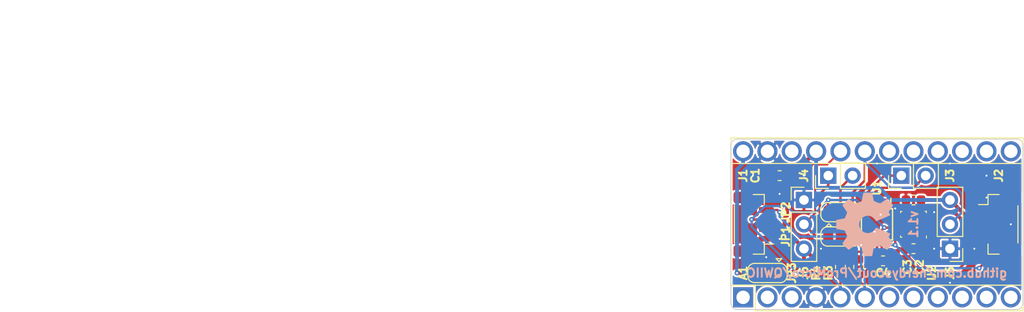
<source format=kicad_pcb>
(kicad_pcb (version 20240108) (generator "pcbnew") (generator_version "8.0")
  (title_block (title "ProMicro_QWIIC") (date "2020-11-21") (rev "v1.1"))
  (layers (0 "F.Cu" mixed) (31 "B.Cu" mixed) (34 "B.Paste" user) (35 "F.Paste" user) (36 "B.SilkS" user "B.Silkscreen") (37 "F.SilkS" user "F.Silkscreen") (38 "B.Mask" user) (39 "F.Mask" user) (44 "Edge.Cuts" user))
  (net 0 "")
  (net 1 "GND")
  (net 2 "+3V3")
  (net 3 "SCL")
  (net 4 "SDA")
  (net 5 "Net-(J3-Pad1)")
  (net 6 "Net-(J4-Pad2)")
  (net 7 "Net-(J4-Pad1)")
  (net 8 "A3")
  (net 9 "A2")
  (net 10 "/LIPO_VBAT")
  (net 11 "+5V")
  (net 12 "Net-(C4-Pad1)")
  (footprint "Capacitor_SMD:C_0603_1608Metric" (layer "F.Cu") (at 141.605 97.79)
    (property "Reference" "C4" (at 0 1.27 0) (layer "F.SilkS") (effects (font (size 0.8 0.8) (thickness 0.2))))
    (property "Value" "100n" (hide yes))
    (fp_line (start -0.162779 -0.51) (end 0.162779 -0.51) (stroke (width 0.12)) (layer "F.SilkS"))
    (fp_line (start -0.162779 0.51) (end 0.162779 0.51) (stroke (width 0.12)) (layer "F.SilkS"))
    (pad "1" smd roundrect (at -0.7875 0) (size 0.875 0.95) (layers "F.Cu" "F.Paste" "F.Mask") (net 12 "Net-(C4-Pad1)"))
    (pad "2" smd roundrect (at 0.7875 0) (size 0.875 0.95) (layers "F.Cu" "F.Paste" "F.Mask") (net 1 "GND"))
  )
  (footprint "Capacitor_SMD:C_0603_1608Metric" (layer "F.Cu") (at 130.81 88.9 180)
    (property "Reference" "C1" (at 2.54 0 90) (layer "F.SilkS") (effects (font (size 0.8 0.8) (thickness 0.2))))
    (property "Value" "10µ" (hide yes))
    (fp_line (start -0.162779 0.51) (end 0.162779 0.51) (stroke (width 0.12)) (layer "F.SilkS"))
    (fp_line (start -0.162779 -0.51) (end 0.162779 -0.51) (stroke (width 0.12)) (layer "F.SilkS"))
    (pad "1" smd roundrect (at -0.7875 0 180) (size 0.875 0.95) (layers "F.Cu" "F.Paste" "F.Mask") (net 2 "+3V3"))
    (pad "2" smd roundrect (at 0.7875 0 180) (size 0.875 0.95) (layers "F.Cu" "F.Paste" "F.Mask") (net 1 "GND"))
  )
  (footprint "Resistor_SMD:R_0603_1608Metric" (layer "F.Cu") (at 137.16 98.425 90)
    (property "Reference" "R4" (at -0.635 -2.54 -90) (layer "F.SilkS") (effects (font (size 0.8 0.8) (thickness 0.2))))
    (property "Value" "4k7" (hide yes))
    (fp_line (start -0.162779 -0.51) (end 0.162779 -0.51) (stroke (width 0.12)) (layer "F.SilkS"))
    (fp_line (start -0.162779 0.51) (end 0.162779 0.51) (stroke (width 0.12)) (layer "F.SilkS"))
    (pad "1" smd roundrect (at -0.7875 0 90) (size 0.875 0.95) (layers "F.Cu" "F.Paste" "F.Mask") (net 4 "SDA"))
    (pad "2" smd roundrect (at 0.7875 0 90) (size 0.875 0.95) (layers "F.Cu" "F.Paste" "F.Mask") (net 2 "+3V3"))
  )
  (footprint "Resistor_SMD:R_0603_1608Metric" (layer "F.Cu") (at 139.065 98.425 90)
    (property "Reference" "R3" (at -0.635 -3.175 -90) (layer "F.SilkS") (effects (font (size 0.8 0.8) (thickness 0.2))))
    (property "Value" "4k7" (hide yes))
    (fp_line (start -0.162779 -0.51) (end 0.162779 -0.51) (stroke (width 0.12)) (layer "F.SilkS"))
    (fp_line (start -0.162779 0.51) (end 0.162779 0.51) (stroke (width 0.12)) (layer "F.SilkS"))
    (pad "1" smd roundrect (at -0.7875 0 90) (size 0.875 0.95) (layers "F.Cu" "F.Paste" "F.Mask") (net 3 "SCL"))
    (pad "2" smd roundrect (at 0.7875 0 90) (size 0.875 0.95) (layers "F.Cu" "F.Paste" "F.Mask") (net 2 "+3V3"))
  )
  (footprint "Module:Sparkfun_Pro_Micro" (layer "F.Cu") (at 127 101.6 90)
    (property "Reference" "A1" (at 2.54 0 90) (layer "F.SilkS") (effects (font (size 0.8 0.8) (thickness 0.2))))
    (property "Value" "Sparkfun_Pro_Micro_3V3" (hide yes))
    (fp_line (start 16.64 -1.27) (end 1.27 -1.27) (stroke (width 0.12)) (layer "F.SilkS"))
    (fp_line (start 13.97 -1.27) (end 13.97 29.21) (stroke (width 0.12)) (layer "F.SilkS"))
    (fp_line (start 1.27 -1.27) (end 1.27 29.21) (stroke (width 0.12)) (layer "F.SilkS"))
    (fp_line (start 1.27 1.27) (end -1.4 1.27) (stroke (width 0.12)) (layer "F.SilkS"))
    (fp_line (start -1.4 1.27) (end -1.4 29.21) (stroke (width 0.12)) (layer "F.SilkS"))
    (fp_line (start 16.64 29.21) (end 16.64 -1.27) (stroke (width 0.12)) (layer "F.SilkS"))
    (fp_line (start -1.4 29.21) (end 16.64 29.21) (stroke (width 0.12)) (layer "F.SilkS"))
    (pad "1" thru_hole rect (at 0 0 90) (size 2.1 2.1) (drill 1.4) (layers "*.Cu" "*.Mask"))
    (pad "2" thru_hole circle (at 0 2.54 90) (size 2.1 2.1) (drill 1.4) (layers "*.Cu" "*.Mask"))
    (pad "3" thru_hole circle (at 0 5.08 90) (size 2.1 2.1) (drill 1.4) (layers "*.Cu" "*.Mask"))
    (pad "4" thru_hole circle (at 0 7.62 90) (size 2.1 2.1) (drill 1.4) (layers "*.Cu" "*.Mask") (net 1 "GND"))
    (pad "5" thru_hole circle (at 0 10.16 90) (size 2.1 2.1) (drill 1.4) (layers "*.Cu" "*.Mask") (net 4 "SDA"))
    (pad "6" thru_hole circle (at 0 12.7 90) (size 2.1 2.1) (drill 1.4) (layers "*.Cu" "*.Mask") (net 3 "SCL"))
    (pad "7" thru_hole circle (at 0 15.24 90) (size 2.1 2.1) (drill 1.4) (layers "*.Cu" "*.Mask"))
    (pad "8" thru_hole circle (at 0 17.78 90) (size 2.1 2.1) (drill 1.4) (layers "*.Cu" "*.Mask"))
    (pad "9" thru_hole circle (at 0 20.32 90) (size 2.1 2.1) (drill 1.4) (layers "*.Cu" "*.Mask"))
    (pad "10" thru_hole circle (at 0 22.86 90) (size 2.1 2.1) (drill 1.4) (layers "*.Cu" "*.Mask"))
    (pad "11" thru_hole circle (at 0 25.4 90) (size 2.1 2.1) (drill 1.4) (layers "*.Cu" "*.Mask"))
    (pad "12" thru_hole circle (at 0 27.94 90) (size 2.1 2.1) (drill 1.4) (layers "*.Cu" "*.Mask"))
    (pad "13" thru_hole circle (at 15.24 27.94 90) (size 2.1 2.1) (drill 1.4) (layers "*.Cu" "*.Mask"))
    (pad "14" thru_hole circle (at 15.24 25.4 90) (size 2.1 2.1) (drill 1.4) (layers "*.Cu" "*.Mask"))
    (pad "15" thru_hole circle (at 15.24 22.86 90) (size 2.1 2.1) (drill 1.4) (layers "*.Cu" "*.Mask"))
    (pad "16" thru_hole circle (at 15.24 20.32 90) (size 2.1 2.1) (drill 1.4) (layers "*.Cu" "*.Mask"))
    (pad "17" thru_hole circle (at 15.24 17.78 90) (size 2.1 2.1) (drill 1.4) (layers "*.Cu" "*.Mask"))
    (pad "18" thru_hole circle (at 15.24 15.24 90) (size 2.1 2.1) (drill 1.4) (layers "*.Cu" "*.Mask"))
    (pad "19" thru_hole circle (at 15.24 12.7 90) (size 2.1 2.1) (drill 1.4) (layers "*.Cu" "*.Mask") (net 9 "A2"))
    (pad "20" thru_hole circle (at 15.24 10.16 90) (size 2.1 2.1) (drill 1.4) (layers "*.Cu" "*.Mask") (net 8 "A3"))
    (pad "21" thru_hole circle (at 15.24 7.62 90) (size 2.1 2.1) (drill 1.4) (layers "*.Cu" "*.Mask") (net 2 "+3V3"))
    (pad "22" thru_hole circle (at 15.24 5.08 90) (size 2.1 2.1) (drill 1.4) (layers "*.Cu" "*.Mask"))
    (pad "23" thru_hole circle (at 15.24 2.54 90) (size 2.1 2.1) (drill 1.4) (layers "*.Cu" "*.Mask") (net 1 "GND"))
    (pad "24" thru_hole circle (at 15.24 0 90) (size 2.1 2.1) (drill 1.4) (layers "*.Cu" "*.Mask") (net 11 "+5V"))
  )
  (footprint "Connector_JST:JST_SH_BM04B-SRSS-TB_1x04-1MP_P1.00mm_Vertical" (layer "F.Cu") (at 128.1 93.98 90)
    (property "Reference" "J1" (at 5.08 -1.1 -90) (layer "F.SilkS") (effects (font (size 0.8 0.8) (thickness 0.2))))
    (property "Value" "Qwiic" (hide yes))
    (fp_line (start -1.94 -2.01) (end 1.94 -2.01) (stroke (width 0.12)) (layer "F.SilkS"))
    (fp_line (start 3.11 -0.04) (end 3.11 1.11) (stroke (width 0.12)) (layer "F.SilkS"))
    (fp_line (start -3.11 -0.04) (end -3.11 1.11) (stroke (width 0.12)) (layer "F.SilkS"))
    (fp_line (start 3.11 1.11) (end 2.06 1.11) (stroke (width 0.12)) (layer "F.SilkS"))
    (fp_line (start -2.06 1.11) (end -2.06 2.1) (stroke (width 0.12)) (layer "F.SilkS"))
    (fp_line (start -3.11 1.11) (end -2.06 1.11) (stroke (width 0.12)) (layer "F.SilkS"))
    (pad "1" smd roundrect (at -1.5 1.325 90) (size 0.6 1.55) (layers "F.Cu" "F.Paste" "F.Mask") (net 1 "GND"))
    (pad "2" smd roundrect (at -0.5 1.325 90) (size 0.6 1.55) (layers "F.Cu" "F.Paste" "F.Mask") (net 2 "+3V3"))
    (pad "3" smd roundrect (at 0.5 1.325 90) (size 0.6 1.55) (layers "F.Cu" "F.Paste" "F.Mask") (net 4 "SDA"))
    (pad "4" smd roundrect (at 1.5 1.325 90) (size 0.6 1.55) (layers "F.Cu" "F.Paste" "F.Mask") (net 3 "SCL"))
    (pad "MP" smd roundrect (at -2.8 -1.2 90) (size 1.2 1.8) (layers "F.Cu" "F.Paste" "F.Mask") (roundrect_rratio 0.208333))
    (pad "MP" smd roundrect (at 2.8 -1.2 90) (size 1.2 1.8) (layers "F.Cu" "F.Paste" "F.Mask") (roundrect_rratio 0.208333))
  )
  (footprint "Connector_PinHeader_2.54mm:PinHeader_1x02_P2.54mm_Vertical" (layer "F.Cu") (at 143.51 88.9 90)
    (property "Reference" "J3" (at 0 5.08 -90) (layer "F.SilkS") (effects (font (size 0.8 0.8) (thickness 0.2))))
    (property "Value" "Conn_01x02" (hide yes))
    (fp_line (start -1.33 -1.33) (end 0 -1.33) (stroke (width 0.12)) (layer "F.SilkS"))
    (fp_line (start -1.33 0) (end -1.33 -1.33) (stroke (width 0.12)) (layer "F.SilkS"))
    (fp_line (start 1.33 1.27) (end 1.33 3.87) (stroke (width 0.12)) (layer "F.SilkS"))
    (fp_line (start -1.33 1.27) (end 1.33 1.27) (stroke (width 0.12)) (layer "F.SilkS"))
    (fp_line (start -1.33 1.27) (end -1.33 3.87) (stroke (width 0.12)) (layer "F.SilkS"))
    (fp_line (start -1.33 3.87) (end 1.33 3.87) (stroke (width 0.12)) (layer "F.SilkS"))
    (pad "1" thru_hole rect (at 0 0 90) (size 1.7 1.7) (drill 1) (layers "*.Cu" "*.Mask") (net 5 "Net-(J3-Pad1)"))
    (pad "2" thru_hole circle (at 0 2.54 90) (size 1.7 1.7) (drill 1) (layers "*.Cu" "*.Mask") (net 10 "/LIPO_VBAT"))
  )
  (footprint "Connector_PinHeader_2.54mm:PinHeader_1x02_P2.54mm_Vertical" (layer "F.Cu") (at 135.89 88.9 90)
    (property "Reference" "J4" (at 0 -2.54 -90) (layer "F.SilkS") (effects (font (size 0.8 0.8) (thickness 0.2))))
    (property "Value" "Conn_01x02" (hide yes))
    (fp_line (start -1.33 -1.33) (end 0 -1.33) (stroke (width 0.12)) (layer "F.SilkS"))
    (fp_line (start -1.33 0) (end -1.33 -1.33) (stroke (width 0.12)) (layer "F.SilkS"))
    (fp_line (start 1.33 1.27) (end 1.33 3.87) (stroke (width 0.12)) (layer "F.SilkS"))
    (fp_line (start -1.33 1.27) (end 1.33 1.27) (stroke (width 0.12)) (layer "F.SilkS"))
    (fp_line (start -1.33 1.27) (end -1.33 3.87) (stroke (width 0.12)) (layer "F.SilkS"))
    (fp_line (start -1.33 3.87) (end 1.33 3.87) (stroke (width 0.12)) (layer "F.SilkS"))
    (pad "1" thru_hole rect (at 0 0 90) (size 1.7 1.7) (drill 1) (layers "*.Cu" "*.Mask") (net 7 "Net-(J4-Pad1)"))
    (pad "2" thru_hole circle (at 0 2.54 90) (size 1.7 1.7) (drill 1) (layers "*.Cu" "*.Mask") (net 6 "Net-(J4-Pad2)"))
  )
  (footprint "Package_SO:TSSOP-10_3x3mm_P0.5mm" (layer "F.Cu") (at 140.97 93.98 -90)
    (property "Reference" "U1" (at -3.81 0 -90) (layer "F.SilkS") (effects (font (size 0.8 0.8) (thickness 0.2))))
    (property "Value" "ADS1015IDGS" (hide yes))
    (fp_line (start -1.625 1.625) (end 1.625 1.625) (stroke (width 0.15)) (layer "F.SilkS"))
    (fp_line (start -1.625 1.625) (end -1.625 1.35) (stroke (width 0.15)) (layer "F.SilkS"))
    (fp_line (start 1.625 1.625) (end 1.625 1.35) (stroke (width 0.15)) (layer "F.SilkS"))
    (fp_line (start -1.625 -1.45) (end -2.7 -1.45) (stroke (width 0.15)) (layer "F.SilkS"))
    (fp_line (start -1.625 -1.625) (end -1.625 -1.45) (stroke (width 0.15)) (layer "F.SilkS"))
    (fp_line (start -1.625 -1.625) (end 1.625 -1.625) (stroke (width 0.15)) (layer "F.SilkS"))
    (fp_line (start 1.625 -1.625) (end 1.625 -1.35) (stroke (width 0.15)) (layer "F.SilkS"))
    (pad "1" smd rect (at -2.15 -1 270) (size 1.1 0.25) (layers "F.Cu" "F.Paste" "F.Mask"))
    (pad "2" smd rect (at -2.15 -0.5 270) (size 1.1 0.25) (layers "F.Cu" "F.Paste" "F.Mask"))
    (pad "3" smd rect (at -2.15 0 270) (size 1.1 0.25) (layers "F.Cu" "F.Paste" "F.Mask") (net 1 "GND"))
    (pad "4" smd rect (at -2.15 0.5 270) (size 1.1 0.25) (layers "F.Cu" "F.Paste" "F.Mask") (net 10 "/LIPO_VBAT"))
    (pad "5" smd rect (at -2.15 1 270) (size 1.1 0.25) (layers "F.Cu" "F.Paste" "F.Mask") (net 5 "Net-(J3-Pad1)"))
    (pad "6" smd rect (at 2.15 1 270) (size 1.1 0.25) (layers "F.Cu" "F.Paste" "F.Mask") (net 9 "A2"))
    (pad "7" smd rect (at 2.15 0.5 270) (size 1.1 0.25) (layers "F.Cu" "F.Paste" "F.Mask") (net 8 "A3"))
    (pad "8" smd rect (at 2.15 0 270) (size 1.1 0.25) (layers "F.Cu" "F.Paste" "F.Mask") (net 12 "Net-(C4-Pad1)"))
    (pad "9" smd rect (at 2.15 -0.5 270) (size 1.1 0.25) (layers "F.Cu" "F.Paste" "F.Mask") (net 4 "SDA"))
    (pad "10" smd rect (at 2.15 -1 270) (size 1.1 0.25) (layers "F.Cu" "F.Paste" "F.Mask") (net 3 "SCL"))
  )
  (footprint "Jumper:SolderJumper-3_P1.3mm_Bridged12_RoundedPad1.0x1.5mm" (layer "F.Cu") (at 137.16 95.25 180)
    (property "Reference" "JP1" (at 5.715 0 -90) (layer "F.SilkS") (effects (font (size 0.8 0.8) (thickness 0.2))))
    (property "Value" "SolderJumper_3_Bridged12" (hide yes))
    (fp_poly (pts (xy -0.9 -0.3) (xy -0.4 -0.3) (xy -0.4 0.3) (xy -0.9 0.3)) (fill solid) (layer "F.Cu"))
    (fp_line (start 2.05 -0.3) (end 2.05 0.3) (stroke (width 0.12)) (layer "F.SilkS"))
    (fp_line (start 1.4 1) (end -1.4 1) (stroke (width 0.12)) (layer "F.SilkS"))
    (fp_line (start -1.2 1.2) (end -0.9 1.5) (stroke (width 0.12)) (layer "F.SilkS"))
    (fp_line (start -1.2 1.2) (end -1.5 1.5) (stroke (width 0.12)) (layer "F.SilkS"))
    (fp_line (start -1.4 -1) (end 1.4 -1) (stroke (width 0.12)) (layer "F.SilkS"))
    (fp_line (start -1.5 1.5) (end -0.9 1.5) (stroke (width 0.12)) (layer "F.SilkS"))
    (fp_line (start -2.05 0.3) (end -2.05 -0.3) (stroke (width 0.12)) (layer "F.SilkS"))
    (fp_arc (start 2.05 0.3) (mid 1.844975 0.794975) (end 1.35 1) (stroke (width 0.12)) (layer "F.SilkS"))
    (fp_arc (start 1.35 -1) (mid 1.844975 -0.794975) (end 2.05 -0.3) (stroke (width 0.12)) (layer "F.SilkS"))
    (fp_arc (start -1.35 1) (mid -1.844975 0.794975) (end -2.05 0.3) (stroke (width 0.12)) (layer "F.SilkS"))
    (fp_arc (start -2.05 -0.3) (mid -1.844975 -0.794975) (end -1.35 -1) (stroke (width 0.12)) (layer "F.SilkS"))
    (pad "1" smd custom (at -1.3 0 180) (size 1 0.5) (layers "F.Cu" "F.Mask") (net 3 "SCL") (options (clearance outline) (anchor rect)) (primitives (gr_circle (center 0 0.25) (end 0.5 0.25) (width 0) (fill yes)) (gr_circle (center 0 -0.25) (end 0.5 -0.25) (width 0) (fill yes)) (gr_poly (pts (xy 0.55 -0.75) (xy 0 -0.75) (xy 0 0.75) (xy 0.55 0.75)) (width 0) (fill yes))))
    (pad "2" smd rect (at 0 0 180) (size 1 1.5) (layers "F.Cu" "F.Mask") (net 7 "Net-(J4-Pad1)"))
    (pad "3" smd custom (at 1.3 0 180) (size 1 0.5) (layers "F.Cu" "F.Mask") (net 8 "A3") (options (clearance outline) (anchor rect)) (primitives (gr_circle (center 0 0.25) (end 0.5 0.25) (width 0) (fill yes)) (gr_circle (center 0 -0.25) (end 0.5 -0.25) (width 0) (fill yes)) (gr_poly (pts (xy -0.55 -0.75) (xy 0 -0.75) (xy 0 0.75) (xy -0.55 0.75)) (width 0) (fill yes))))
  )
  (footprint "Jumper:SolderJumper-3_P1.3mm_Bridged12_RoundedPad1.0x1.5mm" (layer "F.Cu") (at 137.16 92.71)
    (property "Reference" "JP2" (at -5.715 0 -90) (layer "F.SilkS") (effects (font (size 0.8 0.8) (thickness 0.2))))
    (property "Value" "SolderJumper_3_Bridged12" (hide yes))
    (fp_poly (pts (xy -0.9 -0.3) (xy -0.4 -0.3) (xy -0.4 0.3) (xy -0.9 0.3)) (fill solid) (layer "F.Cu"))
    (fp_line (start -2.05 0.3) (end -2.05 -0.3) (stroke (width 0.12)) (layer "F.SilkS"))
    (fp_line (start -1.5 1.5) (end -0.9 1.5) (stroke (width 0.12)) (layer "F.SilkS"))
    (fp_line (start -1.4 -1) (end 1.4 -1) (stroke (width 0.12)) (layer "F.SilkS"))
    (fp_line (start -1.2 1.2) (end -1.5 1.5) (stroke (width 0.12)) (layer "F.SilkS"))
    (fp_line (start -1.2 1.2) (end -0.9 1.5) (stroke (width 0.12)) (layer "F.SilkS"))
    (fp_line (start 1.4 1) (end -1.4 1) (stroke (width 0.12)) (layer "F.SilkS"))
    (fp_line (start 2.05 -0.3) (end 2.05 0.3) (stroke (width 0.12)) (layer "F.SilkS"))
    (fp_arc (start -2.05 -0.3) (mid -1.844975 -0.794975) (end -1.35 -1) (stroke (width 0.12)) (layer "F.SilkS"))
    (fp_arc (start -1.35 1) (mid -1.844975 0.794975) (end -2.05 0.3) (stroke (width 0.12)) (layer "F.SilkS"))
    (fp_arc (start 1.35 -1) (mid 1.844975 -0.794975) (end 2.05 -0.3) (stroke (width 0.12)) (layer "F.SilkS"))
    (fp_arc (start 2.05 0.3) (mid 1.844975 0.794975) (end 1.35 1) (stroke (width 0.12)) (layer "F.SilkS"))
    (pad "1" smd custom (at -1.3 0) (size 1 0.5) (layers "F.Cu" "F.Mask") (net 4 "SDA") (options (clearance outline) (anchor rect)) (primitives (gr_circle (center 0 0.25) (end 0.5 0.25) (width 0) (fill yes)) (gr_circle (center 0 -0.25) (end 0.5 -0.25) (width 0) (fill yes)) (gr_poly (pts (xy 0.55 -0.75) (xy 0 -0.75) (xy 0 0.75) (xy 0.55 0.75)) (width 0) (fill yes))))
    (pad "2" smd rect (at 0 0) (size 1 1.5) (layers "F.Cu" "F.Mask") (net 6 "Net-(J4-Pad2)"))
    (pad "3" smd custom (at 1.3 0) (size 1 0.5) (layers "F.Cu" "F.Mask") (net 9 "A2") (options (clearance outline) (anchor rect)) (primitives (gr_circle (center 0 0.25) (end 0.5 0.25) (width 0) (fill yes)) (gr_circle (center 0 -0.25) (end 0.5 -0.25) (width 0) (fill yes)) (gr_poly (pts (xy -0.55 -0.75) (xy 0 -0.75) (xy 0 0.75) (xy -0.55 0.75)) (width 0) (fill yes))))
  )
  (footprint "Package_LGA:Bosch_LGA-8_2.5x2.5mm_P0.65mm_ClockwisePinNumbering" (layer "F.Cu") (at 144.78 93.98 180)
    (property "Reference" "U2" (at -1.905 -5.08 90) (layer "F.SilkS") (effects (font (size 0.8 0.8) (thickness 0.2))))
    (property "Value" "BME280" (hide yes))
    (fp_line (start 1.35 1.35) (end 1.35 1.2) (stroke (width 0.1)) (layer "F.SilkS"))
    (fp_line (start 1.35 1.35) (end 1.2 1.35) (stroke (width 0.1)) (layer "F.SilkS"))
    (fp_line (start 1.35 -1.35) (end 1.35 -1.2) (stroke (width 0.1)) (layer "F.SilkS"))
    (fp_line (start 1.2 -1.35) (end 1.35 -1.35) (stroke (width 0.1)) (layer "F.SilkS"))
    (fp_line (start -1.35 1.36) (end -1.2 1.36) (stroke (width 0.1)) (layer "F.SilkS"))
    (fp_line (start -1.35 1.35) (end -1.35 1.2) (stroke (width 0.1)) (layer "F.SilkS"))
    (fp_line (start -1.35 -1.2) (end -1.35 -1.45) (stroke (width 0.1)) (layer "F.SilkS"))
    (pad "1" smd rect (at -0.975 -1.025 270) (size 0.5 0.35) (layers "F.Cu" "F.Paste" "F.Mask") (net 1 "GND"))
    (pad "2" smd rect (at -0.325 -1.025 270) (size 0.5 0.35) (layers "F.Cu" "F.Paste" "F.Mask") (net 2 "+3V3"))
    (pad "3" smd rect (at 0.325 -1.025 270) (size 0.5 0.35) (layers "F.Cu" "F.Paste" "F.Mask") (net 4 "SDA"))
    (pad "4" smd rect (at 0.975 -1.025 270) (size 0.5 0.35) (layers "F.Cu" "F.Paste" "F.Mask") (net 3 "SCL"))
    (pad "5" smd rect (at 0.975 1.025 270) (size 0.5 0.35) (layers "F.Cu" "F.Paste" "F.Mask") (net 2 "+3V3"))
    (pad "6" smd rect (at 0.325 1.025 270) (size 0.5 0.35) (layers "F.Cu" "F.Paste" "F.Mask") (net 2 "+3V3"))
    (pad "7" smd rect (at -0.325 1.025 270) (size 0.5 0.35) (layers "F.Cu" "F.Paste" "F.Mask") (net 1 "GND"))
    (pad "8" smd rect (at -0.975 1.025 270) (size 0.5 0.35) (layers "F.Cu" "F.Paste" "F.Mask") (net 2 "+3V3"))
  )
  (footprint "Connector_PinHeader_2.54mm:PinHeader_1x03_P2.54mm_Vertical" (layer "F.Cu") (at 148.59 96.52 180)
    (property "Reference" "J5" (at 0 -2.54 -90) (layer "F.SilkS") (effects (font (size 0.8 0.8) (thickness 0.2))))
    (property "Value" "Conn_01x03" (hide yes))
    (fp_line (start 1.33 1.27) (end 1.33 6.41) (stroke (width 0.12)) (layer "F.SilkS"))
    (fp_line (start -1.33 6.41) (end 1.33 6.41) (stroke (width 0.12)) (layer "F.SilkS"))
    (fp_line (start -1.33 1.27) (end 1.33 1.27) (stroke (width 0.12)) (layer "F.SilkS"))
    (fp_line (start -1.33 1.27) (end -1.33 6.41) (stroke (width 0.12)) (layer "F.SilkS"))
    (fp_line (start -1.33 0) (end -1.33 -1.33) (stroke (width 0.12)) (layer "F.SilkS"))
    (fp_line (start -1.33 -1.33) (end 0 -1.33) (stroke (width 0.12)) (layer "F.SilkS"))
    (pad "1" thru_hole rect (at 0 0 180) (size 1.7 1.7) (drill 1) (layers "*.Cu" "*.Mask") (net 1 "GND"))
    (pad "2" thru_hole circle (at 0 2.54 180) (size 1.7 1.7) (drill 1) (layers "*.Cu" "*.Mask") (net 9 "A2"))
    (pad "3" thru_hole circle (at 0 5.08 180) (size 1.7 1.7) (drill 1) (layers "*.Cu" "*.Mask") (net 2 "+3V3"))
  )
  (footprint "Connector_PinHeader_2.54mm:PinHeader_1x03_P2.54mm_Vertical" (layer "F.Cu") (at 133.35 91.44)
    (property "Reference" "J6" (at 0 7.62 -90) (layer "F.SilkS") (effects (font (size 0.8 0.8) (thickness 0.2))))
    (property "Value" "Conn_01x03" (hide yes))
    (fp_line (start -1.33 -1.33) (end 0 -1.33) (stroke (width 0.12)) (layer "F.SilkS"))
    (fp_line (start -1.33 0) (end -1.33 -1.33) (stroke (width 0.12)) (layer "F.SilkS"))
    (fp_line (start -1.33 1.27) (end -1.33 6.41) (stroke (width 0.12)) (layer "F.SilkS"))
    (fp_line (start -1.33 1.27) (end 1.33 1.27) (stroke (width 0.12)) (layer "F.SilkS"))
    (fp_line (start -1.33 6.41) (end 1.33 6.41) (stroke (width 0.12)) (layer "F.SilkS"))
    (fp_line (start 1.33 1.27) (end 1.33 6.41) (stroke (width 0.12)) (layer "F.SilkS"))
    (pad "1" thru_hole rect (at 0 0) (size 1.7 1.7) (drill 1) (layers "*.Cu" "*.Mask") (net 1 "GND"))
    (pad "2" thru_hole circle (at 0 2.54) (size 1.7 1.7) (drill 1) (layers "*.Cu" "*.Mask") (net 8 "A3"))
    (pad "3" thru_hole circle (at 0 5.08) (size 1.7 1.7) (drill 1) (layers "*.Cu" "*.Mask") (net 2 "+3V3"))
  )
  (footprint "Connector_JST:JST_SH_BM04B-SRSS-TB_1x04-1MP_P1.00mm_Vertical" (layer "F.Cu") (at 153.67 93.98 -90)
    (property "Reference" "J2" (at -5.08 0 -90) (layer "F.SilkS") (effects (font (size 0.8 0.8) (thickness 0.2))))
    (property "Value" "Qwiic" (hide yes))
    (fp_line (start -3.11 1.11) (end -2.06 1.11) (stroke (width 0.12)) (layer "F.SilkS"))
    (fp_line (start -2.06 1.11) (end -2.06 2.1) (stroke (width 0.12)) (layer "F.SilkS"))
    (fp_line (start 3.11 1.11) (end 2.06 1.11) (stroke (width 0.12)) (layer "F.SilkS"))
    (fp_line (start -3.11 -0.04) (end -3.11 1.11) (stroke (width 0.12)) (layer "F.SilkS"))
    (fp_line (start 3.11 -0.04) (end 3.11 1.11) (stroke (width 0.12)) (layer "F.SilkS"))
    (fp_line (start -1.94 -2.01) (end 1.94 -2.01) (stroke (width 0.12)) (layer "F.SilkS"))
    (pad "1" smd roundrect (at -1.5 1.325 270) (size 0.6 1.55) (layers "F.Cu" "F.Paste" "F.Mask") (net 1 "GND"))
    (pad "2" smd roundrect (at -0.5 1.325 270) (size 0.6 1.55) (layers "F.Cu" "F.Paste" "F.Mask") (net 2 "+3V3"))
    (pad "3" smd roundrect (at 0.5 1.325 270) (size 0.6 1.55) (layers "F.Cu" "F.Paste" "F.Mask") (net 4 "SDA"))
    (pad "4" smd roundrect (at 1.5 1.325 270) (size 0.6 1.55) (layers "F.Cu" "F.Paste" "F.Mask") (net 3 "SCL"))
    (pad "MP" smd roundrect (at -2.8 -1.2 270) (size 1.2 1.8) (layers "F.Cu" "F.Paste" "F.Mask") (roundrect_rratio 0.208333))
    (pad "MP" smd roundrect (at 2.8 -1.2 270) (size 1.2 1.8) (layers "F.Cu" "F.Paste" "F.Mask") (roundrect_rratio 0.208333))
  )
  (footprint "Capacitor_SMD:C_0603_1608Metric" (layer "F.Cu") (at 144.78 91.44 180)
    (property "Reference" "C2" (at -0.635 -6.985 -90) (layer "F.SilkS") (effects (font (size 0.8 0.8) (thickness 0.2))))
    (property "Value" "100n" (hide yes))
    (fp_line (start -0.162779 0.51) (end 0.162779 0.51) (stroke (width 0.12)) (layer "F.SilkS"))
    (fp_line (start -0.162779 -0.51) (end 0.162779 -0.51) (stroke (width 0.12)) (layer "F.SilkS"))
    (pad "1" smd roundrect (at -0.7875 0 180) (size 0.875 0.95) (layers "F.Cu" "F.Paste" "F.Mask") (net 2 "+3V3"))
    (pad "2" smd roundrect (at 0.7875 0 180) (size 0.875 0.95) (layers "F.Cu" "F.Paste" "F.Mask") (net 1 "GND"))
  )
  (footprint "Capacitor_SMD:C_0603_1608Metric" (layer "F.Cu") (at 144.78 96.52 180)
    (property "Reference" "C3" (at 0.635 -1.905 90) (layer "F.SilkS") (effects (font (size 0.8 0.8) (thickness 0.2))))
    (property "Value" "100n" (hide yes))
    (fp_line (start -0.162779 0.51) (end 0.162779 0.51) (stroke (width 0.12)) (layer "F.SilkS"))
    (fp_line (start -0.162779 -0.51) (end 0.162779 -0.51) (stroke (width 0.12)) (layer "F.SilkS"))
    (pad "1" smd roundrect (at -0.7875 0 180) (size 0.875 0.95) (layers "F.Cu" "F.Paste" "F.Mask") (net 2 "+3V3"))
    (pad "2" smd roundrect (at 0.7875 0 180) (size 0.875 0.95) (layers "F.Cu" "F.Paste" "F.Mask") (net 1 "GND"))
  )
  (footprint "Jumper:SolderJumper-3_P1.3mm_Bridged12_RoundedPad1.0x1.5mm" (layer "F.Cu") (at 129.54 99.06 180)
    (property "Reference" "JP3" (at -2.54 0 -90) (layer "F.SilkS") (effects (font (size 0.8 0.8) (thickness 0.2))))
    (property "Value" "SolderJumper_3_Bridged12" (hide yes))
    (fp_poly (pts (xy -0.9 -0.3) (xy -0.4 -0.3) (xy -0.4 0.3) (xy -0.9 0.3)) (fill solid) (layer "F.Cu"))
    (fp_line (start 2.05 -0.3) (end 2.05 0.3) (stroke (width 0.12)) (layer "F.SilkS"))
    (fp_line (start 1.4 1) (end -1.4 1) (stroke (width 0.12)) (layer "F.SilkS"))
    (fp_line (start -1.2 1.2) (end -0.9 1.5) (stroke (width 0.12)) (layer "F.SilkS"))
    (fp_line (start -1.2 1.2) (end -1.5 1.5) (stroke (width 0.12)) (layer "F.SilkS"))
    (fp_line (start -1.4 -1) (end 1.4 -1) (stroke (width 0.12)) (layer "F.SilkS"))
    (fp_line (start -1.5 1.5) (end -0.9 1.5) (stroke (width 0.12)) (layer "F.SilkS"))
    (fp_line (start -2.05 0.3) (end -2.05 -0.3) (stroke (width 0.12)) (layer "F.SilkS"))
    (fp_arc (start 2.05 0.3) (mid 1.844975 0.794975) (end 1.35 1) (stroke (width 0.12)) (layer "F.SilkS"))
    (fp_arc (start 1.35 -1) (mid 1.844975 -0.794975) (end 2.05 -0.3) (stroke (width 0.12)) (layer "F.SilkS"))
    (fp_arc (start -1.35 1) (mid -1.844975 0.794975) (end -2.05 0.3) (stroke (width 0.12)) (layer "F.SilkS"))
    (fp_arc (start -2.05 -0.3) (mid -1.844975 -0.794975) (end -1.35 -1) (stroke (width 0.12)) (layer "F.SilkS"))
    (pad "1" smd custom (at -1.3 0 180) (size 1 0.5) (layers "F.Cu" "F.Mask") (net 2 "+3V3") (options (clearance outline) (anchor rect)) (primitives (gr_circle (center 0 0.25) (end 0.5 0.25) (width 0) (fill yes)) (gr_circle (center 0 -0.25) (end 0.5 -0.25) (width 0) (fill yes)) (gr_poly (pts (xy 0.55 -0.75) (xy 0 -0.75) (xy 0 0.75) (xy 0.55 0.75)) (width 0) (fill yes))))
    (pad "2" smd rect (at 0 0 180) (size 1 1.5) (layers "F.Cu" "F.Mask") (net 12 "Net-(C4-Pad1)"))
    (pad "3" smd custom (at 1.3 0 180) (size 1 0.5) (layers "F.Cu" "F.Mask") (net 11 "+5V") (options (clearance outline) (anchor rect)) (primitives (gr_circle (center 0 0.25) (end 0.5 0.25) (width 0) (fill yes)) (gr_circle (center 0 -0.25) (end 0.5 -0.25) (width 0) (fill yes)) (gr_poly (pts (xy -0.55 -0.75) (xy 0 -0.75) (xy 0 0.75) (xy -0.55 0.75)) (width 0) (fill yes))))
  )
  (footprint "Symbol:OSHW-Symbol_6.7x6mm_SilkScreen" (layer "B.Cu") (at 139.7 93.98 -90)
    (property "Reference" "LOGO1" (hide yes))
    (property "Value" "Logo_Open_Hardware_Small" (hide yes))
    (fp_poly (pts (xy 0.555814 2.531069) (xy 0.639635 2.086445) (xy 0.94892 1.958947) (xy 1.258206 1.831449) (xy 1.629246 2.083754) (xy 1.733157 2.154004) (xy 1.827087 2.216728) (xy 1.906652 2.269062) (xy 1.96747 2.308143) (xy 2.005157 2.331107) (xy 2.015421 2.336058) (xy 2.03391 2.323324) (xy 2.07342 2.288118) (xy 2.129522 2.234938) (xy 2.197787 2.168282) (xy 2.273786 2.092646) (xy 2.353092 2.012528) (xy 2.431275 1.932426) (xy 2.503907 1.856836) (xy 2.566559 1.790255) (xy 2.614803 1.737182) (xy 2.64421 1.702113) (xy 2.651241 1.690377) (xy 2.641123 1.66874) (xy 2.612759 1.621338) (xy 2.569129 1.552807) (xy 2.513218 1.467785) (xy 2.448006 1.370907) (xy 2.410219 1.31565) (xy 2.341343 1.214752) (xy 2.28014 1.123701) (xy 2.229578 1.04703) (xy 2.192628 0.989272) (xy 2.172258 0.954957) (xy 2.169197 0.947746) (xy 2.176136 0.927252) (xy 2.195051 0.879487) (xy 2.223087 0.811168) (xy 2.257391 0.729011) (xy 2.295109 0.63973) (xy 2.333387 0.550042) (xy 2.36937 0.466662) (xy 2.400206 0.396306) (xy 2.423039 0.34569) (xy 2.435017 0.321529) (xy 2.435724 0.320578) (xy 2.454531 0.315964) (xy 2.504618 0.305672) (xy 2.580793 0.290713) (xy 2.677865 0.272099) (xy 2.790643 0.250841) (xy 2.856442 0.238582) (xy 2.97695 0.215638) (xy 3.085797 0.193805) (xy 3.177476 0.174278) (xy 3.246481 0.158252) (xy 3.287304 0.146921) (xy 3.295511 0.143326) (xy 3.303548 0.118994) (xy 3.310033 0.064041) (xy 3.31497 -0.015108) (xy 3.318364 -0.112026) (xy 3.320218 -0.220287) (xy 3.320538 -0.333465) (xy 3.319327 -0.445135) (xy 3.31659 -0.548868) (xy 3.312331 -0.638241) (xy 3.306555 -0.706826) (xy 3.299267 -0.748197) (xy 3.294895 -0.75681) (xy 3.268764 -0.767133) (xy 3.213393 -0.781892) (xy 3.136107 -0.799352) (xy 3.04423 -0.81778) (xy 3.012158 -0.823741) (xy 2.857524 -0.852066) (xy 2.735375 -0.874876) (xy 2.641673 -0.89308) (xy 2.572384 -0.907583) (xy 2.523471 -0.919292) (xy 2.490897 -0.929115) (xy 2.470628 -0.937956) (xy 2.458626 -0.946724) (xy 2.456947 -0.948457) (xy 2.440184 -0.976371) (xy 2.414614 -1.030695) (xy 2.382788 -1.104777) (xy 2.34726 -1.191965) (xy 2.310583 -1.285608) (xy 2.275311 -1.379052) (xy 2.243996 -1.465647) (xy 2.219193 -1.53874) (xy 2.203454 -1.591678) (xy 2.199332 -1.617811) (xy 2.199676 -1.618726) (xy 2.213641 -1.640086) (xy 2.245322 -1.687084) (xy 2.291391 -1.754827) (xy 2.348518 -1.838423) (xy 2.413373 -1.932982) (xy 2.431843 -1.959854) (xy 2.497699 -2.057275) (xy 2.55565 -2.146163) (xy 2.602538 -2.221412) (xy 2.635207 -2.27792) (xy 2.6505 -2.310581) (xy 2.651241 -2.314593) (xy 2.638392 -2.335684) (xy 2.602888 -2.377464) (xy 2.549293 -2.435445) (xy 2.482171 -2.505135) (xy 2.406087 -2.582045) (xy 2.325604 -2.661683) (xy 2.245287 -2.739561) (xy 2.169699 -2.811186) (xy 2.103405 -2.87207) (xy 2.050969 -2.917721) (xy 2.016955 -2.94365) (xy 2.007545 -2.947883) (xy 1.985643 -2.937912) (xy 1.9408 -2.91102) (xy 1.880321 -2.871736) (xy 1.833789 -2.840117) (xy 1.749475 -2.782098) (xy 1.649626 -2.713784) (xy 1.549473 -2.645579) (xy 1.495627 -2.609075) (xy 1.313371 -2.4858) (xy 1.160381 -2.56852) (xy 1.090682 -2.604759) (xy 1.031414 -2.632926) (xy 0.991311 -2.648991) (xy 0.981103 -2.651226) (xy 0.968829 -2.634722) (xy 0.944613 -2.588082) (xy 0.910263 -2.515609) (xy 0.867588 -2.421606) (xy 0.818394 -2.310374) (xy 0.76449 -2.186215) (xy 0.707684 -2.053432) (xy 0.649782 -1.916327) (xy 0.592593 -1.779202) (xy 0.537924 -1.646358) (xy 0.487584 -1.522098) (xy 0.44338 -1.410725) (xy 0.407119 -1.316539) (xy 0.380609 -1.243844) (xy 0.365658 -1.196941) (xy 0.363254 -1.180833) (xy 0.382311 -1.160286) (xy 0.424036 -1.126933) (xy 0.479706 -1.087702) (xy 0.484378 -1.084599) (xy 0.628264 -0.969423) (xy 0.744283 -0.835053) (xy 0.83143 -0.685784) (xy 0.888699 -0.525913) (xy 0.915086 -0.359737) (xy 0.909585 -0.191552) (xy 0.87119 -0.025655) (xy 0.798895 0.133658) (xy 0.777626 0.168513) (xy 0.666996 0.309263) (xy 0.536302 0.422286) (xy 0.390064 0.506997) (xy 0.232808 0.562806) (xy 0.069057 0.589126) (xy -0.096667 0.58537) (xy -0.259838 0.55095) (xy -0.415935 0.485277) (xy -0.560433 0.387765) (xy -0.605131 0.348187) (xy -0.718888 0.224297) (xy -0.801782 0.093876) (xy -0.858644 -0.052315) (xy -0.890313 -0.197088) (xy -0.898131 -0.35986) (xy -0.872062 -0.52344) (xy -0.814755 -0.682298) (xy -0.728856 -0.830906) (xy -0.617014 -0.963735) (xy -0.481877 -1.075256) (xy -0.464117 -1.087011) (xy -0.40785 -1.125508) (xy -0.365077 -1.158863) (xy -0.344628 -1.18016) (xy -0.344331 -1.180833) (xy -0.348721 -1.203871) (xy -0.366124 -1.256157) (xy -0.394732 -1.33339) (xy -0.432735 -1.431268) (xy -0.478326 -1.545491) (xy -0.529697 -1.671758) (xy -0.585038 -1.805767) (xy -0.642542 -1.943218) (xy -0.700399 -2.079808) (xy -0.756802 -2.211237) (xy -0.809942 -2.333205) (xy -0.85801 -2.441409) (xy -0.899199 -2.531549) (xy -0.931699 -2.599323) (xy -0.953703 -2.64043) (xy -0.962564 -2.651226) (xy -0.98964 -2.642819) (xy -1.040303 -2.620272) (xy -1.105817 -2.587613) (xy -1.141841 -2.56852) (xy -1.294832 -2.4858) (xy -1.477088 -2.609075) (xy -1.570125 -2.672228) (xy -1.671985 -2.741727) (xy -1.767438 -2.807165) (xy -1.81525 -2.840117) (xy -1.882495 -2.885273) (xy -1.939436 -2.921057) (xy -1.978646 -2.942938) (xy -1.991381 -2.947563) (xy -2.009917 -2.935085) (xy -2.050941 -2.900252) (xy -2.110475 -2.846678) (xy -2.184542 -2.777983) (xy -2.269165 -2.697781) (xy -2.322685 -2.646286) (xy -2.416319 -2.554286) (xy -2.497241 -2.471999) (xy -2.562177 -2.402945) (xy -2.607858 -2.350644) (xy -2.631011 -2.318616) (xy -2.633232 -2.312116) (xy -2.622924 -2.287394) (xy -2.594439 -2.237405) (xy -2.550937 -2.167212) (xy -2.495577 -2.081875) (xy -2.43152 -1.986456) (xy -2.413303 -1.959854) (xy -2.346927 -1.863167) (xy -2.287378 -1.776117) (xy -2.237984 -1.703595) (xy -2.202075 -1.650493) (xy -2.182981 -1.621703) (xy -2.181136 -1.618726) (xy -2.183895 -1.595782) (xy -2.198538 -1.545336) (xy -2.222513 -1.474041) (xy -2.253266 -1.388547) (xy -2.288244 -1.295507) (xy -2.324893 -1.201574) (xy -2.360661 -1.113399) (xy -2.392994 -1.037634) (xy -2.419338 -0.980931) (xy -2.437142 -0.949943) (xy -2.438407 -0.948457) (xy -2.449294 -0.939601) (xy -2.467682 -0.930843) (xy -2.497606 -0.921277) (xy -2.543103 -0.909996) (xy -2.608209 -0.896093) (xy -2.696961 -0.878663) (xy -2.813393 -0.856798) (xy -2.961542 -0.829591) (xy -2.993618 -0.823741) (xy -3.088686 -0.805374) (xy -3.171565 -0.787405) (xy -3.23493 -0.771569) (xy -3.271458 -0.7596) (xy -3.276356 -0.75681) (xy -3.284427 -0.732072) (xy -3.290987 -0.67679) (xy -3.296033 -0.597389) (xy -3.299559 -0.500296) (xy -3.301561 -0.391938) (xy -3.302036 -0.27874) (xy -3.300977 -0.167128) (xy -3.298382 -0.063529) (xy -3.294246 0.025632) (xy -3.288563 0.093928) (xy -3.281331 0.134934) (xy -3.276971 0.143326) (xy -3.252698 0.151792) (xy -3.197426 0.165565) (xy -3.116662 0.18345) (xy -3.015912 0.204252) (xy -2.900683 0.226777) (xy -2.837902 0.238582) (xy -2.718787 0.260849) (xy -2.612565 0.281021) (xy -2.524427 0.298085) (xy -2.459566 0.311031) (xy -2.423174 0.318845) (xy -2.417184 0.320578) (xy -2.407061 0.34011) (xy -2.385662 0.387157) (xy -2.355839 0.454997) (xy -2.320445 0.536909) (xy -2.282332 0.626172) (xy -2.244353 0.716065) (xy -2.20936 0.799865) (xy -2.180206 0.870853) (xy -2.159743 0.922306) (xy -2.150823 0.947503) (xy -2.150657 0.948604) (xy -2.160769 0.968481) (xy -2.189117 1.014223) (xy -2.232723 1.081283) (xy -2.288606 1.165116) (xy -2.353787 1.261174) (xy -2.391679 1.31635) (xy -2.460725 1.417519) (xy -2.52205 1.50937) (xy -2.572663 1.587256) (xy -2.609571 1.646531) (xy -2.629782 1.682549) (xy -2.632701 1.690623) (xy -2.620153 1.709416) (xy -2.585463 1.749543) (xy -2.533063 1.806507) (xy -2.467384 1.875815) (xy -2.392856 1.952969) (xy -2.313913 2.033475) (xy -2.234983 2.112837) (xy -2.1605 2.18656) (xy -2.094894 2.250148) (xy -2.042596 2.299106) (xy -2.008039 2.328939) (xy -1.996478 2.336058) (xy -1.977654 2.326047) (xy -1.932631 2.297922) (xy -1.865787 2.254546) (xy -1.781499 2.198782) (xy -1.684144 2.133494) (xy -1.610707 2.083754) (xy -1.239667 1.831449) (xy -0.621095 2.086445) (xy -0.537275 2.531069) (xy -0.453454 2.975693) (xy 0.471994 2.975693) (xy 0.555814 2.531069)) (stroke (width 0.01)) (fill solid) (layer "B.SilkS"))
  )
  (gr_line (start 125.73 102.235) (end 125.73 85.725) (stroke (width 0.1)) (layer "Edge.Cuts"))
  (gr_line (start 156.21 85.725) (end 156.21 102.235) (stroke (width 0.1)) (layer "Edge.Cuts"))
  (gr_arc (start 126.365 102.87) (mid 125.915987 102.684013) (end 125.73 102.235) (stroke (width 0.1)) (layer "Edge.Cuts"))
  (gr_arc (start 125.73 85.725) (mid 125.915987 85.275987) (end 126.365 85.09) (stroke (width 0.1)) (layer "Edge.Cuts"))
  (gr_arc (start 155.575 85.09) (mid 156.024013 85.275987) (end 156.21 85.725) (stroke (width 0.1)) (layer "Edge.Cuts"))
  (gr_arc (start 156.21 102.235) (mid 156.024013 102.684013) (end 155.575 102.87) (stroke (width 0.1)) (layer "Edge.Cuts"))
  (gr_line (start 155.575 102.87) (end 126.365 102.87) (stroke (width 0.1)) (layer "Edge.Cuts"))
  (gr_line (start 126.365 85.09) (end 155.575 85.09) (stroke (width 0.1)) (layer "Edge.Cuts"))
  (gr_text "github.com/nerdyscout/ProMicro/QWIIC" (at 140.97 99.06 0) (layer "B.SilkS") (effects (font (size 0.9 0.9) (thickness 0.2)) (justify mirror)))
  (gr_text "v1.1" (at 144.78 93.98 90) (layer "B.SilkS") (effects (font (size 0.9 0.9) (thickness 0.2)) (justify mirror)))
  (via (at 146.939 96.52) (size 0.5) (drill 0.2) (layers "F.Cu" "B.Cu") (net 1))
  (via (at 151.13 96.52) (size 0.5) (drill 0.2) (layers "F.Cu" "B.Cu") (net 1))
  (via (at 130.81 95.504) (size 0.5) (drill 0.2) (layers "F.Cu" "B.Cu") (net 1))
  (via (at 129.413 97.409) (size 0.5) (drill 0.2) (layers "F.Cu" "B.Cu") (net 1))
  (via (at 140.97 87.63) (size 0.5) (drill 0.2) (layers "F.Cu" "B.Cu") (net 1))
  (via (at 154.94 93.98) (size 0.5) (drill 0.2) (layers "F.Cu" "B.Cu") (net 1))
  (via (at 152.4 91.186) (size 0.5) (drill 0.2) (layers "F.Cu" "B.Cu") (net 1))
  (via (at 148.59 100.076) (size 0.5) (drill 0.2) (layers "F.Cu" "B.Cu") (net 1))
  (via (at 152.4 88.9) (size 0.5) (drill 0.2) (layers "F.Cu" "B.Cu") (net 1))
  (via (at 146.939 92.71) (size 0.5) (drill 0.2) (layers "F.Cu" "B.Cu") (net 1))
  (via (at 133.35 88.9) (size 0.5) (drill 0.2) (layers "F.Cu" "B.Cu") (net 1))
  (via (at 140.716 94.742) (size 0.5) (drill 0.2) (layers "F.Cu" "B.Cu") (net 1))
  (via (at 142.24 99.187) (size 0.5) (drill 0.2) (layers "F.Cu" "B.Cu") (net 1))
  (via (at 135.128 96.52) (size 0.5) (drill 0.2) (layers "F.Cu" "B.Cu") (net 1))
  (via (at 130.81 90.805) (size 0.5) (drill 0.2) (layers "F.Cu" "B.Cu") (net 1))
  (via (at 142.875 92.329) (size 0.5) (drill 0.2) (layers "F.Cu" "B.Cu") (net 1))
  (via (at 141.351 92.964) (size 0.5) (drill 0.2) (layers "F.Cu" "B.Cu") (net 1))
  (via (at 148.59 87.63) (size 0.5) (drill 0.2) (layers "F.Cu" "B.Cu") (net 1))
  (via (at 128.016 88.9) (size 0.5) (drill 0.2) (layers "F.Cu" "B.Cu") (net 1))
  (segment (start 131.31 94.48) (end 129.425 94.48) (width 0.4) (layer "F.Cu") (net 2))
  (segment (start 148.59 91.44) (end 145.542 91.44) (width 0.4) (layer "F.Cu") (net 2))
  (segment (start 144.455 92.955) (end 144.455 93.7185) (width 0.25) (layer "F.Cu") (net 2))
  (segment (start 145.755 92.955) (end 145.755 92.329) (width 0.3) (layer "F.Cu") (net 2))
  (segment (start 143.891 93.726) (end 143.805 93.64) (width 0.3) (layer "F.Cu") (net 2))
  (segment (start 130.84 99.06) (end 132.08 99.06) (width 0.4) (layer "F.Cu") (net 2))
  (segment (start 131.318 93.345) (end 131.318 94.472) (width 0.4) (layer "F.Cu") (net 2))
  (segment (start 134.4675 97.6375) (end 134.366 97.536) (width 0.4) (layer "F.Cu") (net 2))
  (segment (start 143.805 93.64) (end 143.805 92.955) (width 0.3) (layer "F.Cu") (net 2))
  (segment (start 145.105 95.005) (end 145.105 95.377) (width 0.3) (layer "F.Cu") (net 2))
  (segment (start 133.35 96.52) (end 131.31 94.48) (width 0.4) (layer "F.Cu") (net 2))
  (segment (start 145.0975 93.726) (end 145.415 93.726) (width 0.3) (layer "F.Cu") (net 2))
  (segment (start 145.105 95.377) (end 145.5675 95.8395) (width 0.3) (layer "F.Cu") (net 2))
  (segment (start 145.105 95.005) (end 145.105 94.036) (width 0.3) (layer "F.Cu") (net 2))
  (segment (start 145.105 93.7335) (end 145.0975 93.726) (width 0.3) (layer "F.Cu") (net 2))
  (segment (start 145.755 93.386) (end 145.755 92.955) (width 0.3) (layer "F.Cu") (net 2))
  (segment (start 131.5975 88.9) (end 132.08 88.9) (width 0.4) (layer "F.Cu") (net 2))
  (segment (start 145.5675 95.8395) (end 145.5675 96.52) (width 0.3) (layer "F.Cu") (net 2))
  (segment (start 133.35 96.52) (end 134.366 97.536) (width 0.4) (layer "F.Cu") (net 2))
  (segment (start 145.5675 92.1415) (end 145.5675 91.44) (width 0.3) (layer "F.Cu") (net 2))
  (segment (start 144.78 93.726) (end 145.0975 93.726) (width 0.3) (layer "F.Cu") (net 2))
  (segment (start 132.08 99.06) (end 133.35 97.79) (width 0.4) (layer "F.Cu") (net 2))
  (segment (start 131.318 94.472) (end 131.31 94.48) (width 0.4) (layer "F.Cu") (net 2))
  (segment (start 144.4625 93.726) (end 143.891 93.726) (width 0.3) (layer "F.Cu") (net 2))
  (segment (start 131.5975 93.0655) (end 131.318 93.345) (width 0.4) (layer "F.Cu") (net 2))
  (segment (start 144.78 93.726) (end 144.4625 93.726) (width 0.3) (layer "F.Cu") (net 2))
  (segment (start 145.415 93.726) (end 145.755 93.386) (width 0.3) (layer "F.Cu") (net 2))
  (segment (start 150.63 93.48) (end 148.59 91.44) (width 0.4) (layer "F.Cu") (net 2))
  (segment (start 144.455 93.7185) (end 144.4625 93.726) (width 0.25) (layer "F.Cu") (net 2))
  (segment (start 137.16 97.6375) (end 139.0395 97.6375) (width 0.4) (layer "F.Cu") (net 2))
  (segment (start 145.105 94.036) (end 145.105 93.7335) (width 0.3) (layer "F.Cu") (net 2))
  (segment (start 133.35 97.79) (end 133.35 96.52) (width 0.4) (layer "F.Cu") (net 2))
  (segment (start 137.16 97.6375) (end 134.4675 97.6375) (width 0.4) (layer "F.Cu") (net 2))
  (segment (start 145.755 92.329) (end 145.5675 92.1415) (width 0.3) (layer "F.Cu") (net 2))
  (segment (start 131.5975 88.9) (end 131.5975 93.0655) (width 0.4) (layer "F.Cu") (net 2))
  (segment (start 132.08 88.9) (end 134.62 86.36) (width 0.4) (layer "F.Cu") (net 2))
  (segment (start 152.345 93.48) (end 150.63 93.48) (width 0.4) (layer "F.Cu") (net 2))
  (segment (start 134.62 87.844924) (end 134.62 86.36) (width 0.4) (layer "B.Cu") (net 2))
  (segment (start 142.494 91.44) (end 141.224 90.17) (width 0.4) (layer "B.Cu") (net 2))
  (segment (start 141.224 90.17) (end 134.739998 90.17) (width 0.4) (layer "B.Cu") (net 2))
  (segment (start 134.62 90.050002) (end 134.62 87.844924) (width 0.4) (layer "B.Cu") (net 2))
  (segment (start 134.739998 90.17) (end 134.62 90.050002) (width 0.4) (layer "B.Cu") (net 2))
  (segment (start 148.59 91.44) (end 142.494 91.44) (width 0.4) (layer "B.Cu") (net 2))
  (segment (start 139.065 95.25) (end 139.319 95.504) (width 0.25) (layer "F.Cu") (net 3))
  (segment (start 130.58 92.48) (end 130.81 92.71) (width 0.25) (layer "F.Cu") (net 3))
  (segment (start 143.38 95.005) (end 142.875008 95.509992) (width 0.25) (layer "F.Cu") (net 3))
  (segment (start 141.97 96.13) (end 142.866008 96.13) (width 0.25) (layer "F.Cu") (net 3))
  (segment (start 143.805 95.005) (end 143.38 95.005) (width 0.25) (layer "F.Cu") (net 3))
  (segment (start 139.7 100.46863) (end 139.065 99.83363) (width 0.25) (layer "F.Cu") (net 3))
  (segment (start 152.345 97.845) (end 151.638 98.552) (width 0.25) (layer "F.Cu") (net 3))
  (segment (start 139.065 99.83363) (end 139.065 99.187) (width 0.25) (layer "F.Cu") (net 3))
  (segment (start 129.425 92.48) (end 130.58 92.48) (width 0.25) (layer "F.Cu") (net 3))
  (segment (start 138.46 95.25) (end 139.065 95.25) (width 0.25) (layer "F.Cu") (net 3))
  (segment (start 139.7 101.6) (end 139.7 100.46863) (width 0.25) (layer "F.Cu") (net 3))
  (segment (start 142.866008 96.13) (end 142.875008 96.139) (width 0.25) (layer "F.Cu") (net 3))
  (segment (start 139.319 95.504) (end 139.319 96.139) (width 0.25) (layer "F.Cu") (net 3))
  (segment (start 142.875008 95.509992) (end 142.875008 96.139) (width 0.25) (layer "F.Cu") (net 3))
  (segment (start 152.345 95.48) (end 152.345 97.845) (width 0.25) (layer "F.Cu") (net 3))
  (via (at 139.319 96.139) (size 0.5) (drill 0.2) (layers "F.Cu" "B.Cu") (net 3))
  (via (at 142.875008 96.139) (size 0.5) (drill 0.2) (layers "F.Cu" "B.Cu") (net 3))
  (via (at 151.638 98.552) (size 0.5) (drill 0.2) (layers "F.Cu" "B.Cu") (net 3))
  (via (at 130.81 92.71) (size 0.5) (drill 0.2) (layers "F.Cu" "B.Cu") (net 3))
  (segment (start 143.125007 96.388999) (end 142.875008 96.139) (width 0.25) (layer "B.Cu") (net 3))
  (segment (start 138.434001 95.254001) (end 139.069001 95.889001) (width 0.25) (layer "B.Cu") (net 3))
  (segment (start 139.319 96.139) (end 142.875008 96.139) (width 0.25) (layer "B.Cu") (net 3))
  (segment (start 139.7 98.933) (end 139.319 98.552) (width 0.25) (layer "B.Cu") (net 3))
  (segment (start 139.069001 95.889001) (end 139.319 96.139) (width 0.25) (layer "B.Cu") (net 3))
  (segment (start 132.884999 95.254001) (end 138.434001 95.254001) (width 0.25) (layer "B.Cu") (net 3))
  (segment (start 139.7 101.6) (end 139.7 98.933) (width 0.25) (layer "B.Cu") (net 3))
  (segment (start 139.319 98.552) (end 139.319 96.139) (width 0.25) (layer "B.Cu") (net 3))
  (segment (start 130.81 93.179002) (end 132.884999 95.254001) (width 0.25) (layer "B.Cu") (net 3))
  (segment (start 130.81 92.71) (end 130.81 93.179002) (width 0.25) (layer "B.Cu") (net 3))
  (segment (start 145.288008 98.552) (end 143.125007 96.388999) (width 0.25) (layer "B.Cu") (net 3))
  (segment (start 151.638 98.552) (end 145.288008 98.552) (width 0.25) (layer "B.Cu") (net 3))
  (segment (start 149.606 98.552) (end 146.05 98.552) (width 0.25) (layer "F.Cu") (net 4))
  (segment (start 129.425 93.48) (end 127.897 93.48) (width 0.25) (layer "F.Cu") (net 4))
  (segment (start 144.455 95.505) (end 144.455 95.005) (width 0.25) (layer "F.Cu") (net 4))
  (segment (start 151.138 94.48) (end 150.046998 95.571002) (width 0.25) (layer "F.Cu") (net 4))
  (segment (start 127.897 93.48) (end 127.889 93.472) (width 0.25) (layer "F.Cu") (net 4))
  (segment (start 152.345 94.48) (end 151.138 94.48) (width 0.25) (layer "F.Cu") (net 4))
  (segment (start 141.47 94.58801) (end 141.732 94.32601) (width 0.25) (layer "F.Cu") (net 4))
  (segment (start 144.27601 94.32601) (end 142.085553 94.32601) (width 0.25) (layer "F.Cu") (net 4))
  (segment (start 146.05 98.552) (end 144.78 97.282) (width 0.25) (layer "F.Cu") (net 4))
  (segment (start 142.085553 94.32601) (end 141.732 94.32601) (width 0.25) (layer "F.Cu") (net 4))
  (segment (start 135.86 91.47) (end 135.89 91.44) (width 0.25) (layer "F.Cu") (net 4))
  (segment (start 144.455 94.505) (end 144.27601 94.32601) (width 0.25) (layer "F.Cu") (net 4))
  (segment (start 135.86 92.71) (end 135.86 91.47) (width 0.25) (layer "F.Cu") (net 4))
  (segment (start 141.47 96.13) (end 141.47 94.58801) (width 0.25) (layer "F.Cu") (net 4))
  (segment (start 144.78 97.282) (end 144.78 95.83) (width 0.25) (layer "F.Cu") (net 4))
  (segment (start 137.16 99.2125) (end 137.16 101.6) (width 0.25) (layer "F.Cu") (net 4))
  (segment (start 144.78 95.83) (end 144.455 95.505) (width 0.25) (layer "F.Cu") (net 4))
  (segment (start 150.046998 95.571002) (end 150.046998 98.111002) (width 0.25) (layer "F.Cu") (net 4))
  (segment (start 144.455 95.005) (end 144.455 94.505) (width 0.25) (layer "F.Cu") (net 4))
  (segment (start 150.046998 98.111002) (end 149.606 98.552) (width 0.25) (layer "F.Cu") (net 4))
  (via (at 127.889 93.472) (size 0.5) (drill 0.2) (layers "F.Cu" "B.Cu") (net 4))
  (via (at 141.732 94.32601) (size 0.5) (drill 0.2) (layers "F.Cu" "B.Cu") (net 4))
  (via (at 135.89 91.44) (size 0.5) (drill 0.2) (layers "F.Cu" "B.Cu") (net 4))
  (segment (start 141.732 94.32601) (end 138.84599 91.44) (width 0.25) (layer "B.Cu") (net 4))
  (segment (start 127.889 93.472) (end 129.286 92.075) (width 0.25) (layer "B.Cu") (net 4))
  (segment (start 132.715 99.06) (end 127.889 94.234) (width 0.25) (layer "B.Cu") (net 4))
  (segment (start 136.243553 91.44) (end 135.89 91.44) (width 0.25) (layer "B.Cu") (net 4))
  (segment (start 137.16 100.46863) (end 135.75137 99.06) (width 0.25) (layer "B.Cu") (net 4))
  (segment (start 135.75137 99.06) (end 132.715 99.06) (width 0.25) (layer "B.Cu") (net 4))
  (segment (start 135.640001 91.689999) (end 135.89 91.44) (width 0.25) (layer "B.Cu") (net 4))
  (segment (start 138.84599 91.44) (end 136.243553 91.44) (width 0.25) (layer "B.Cu") (net 4))
  (segment (start 129.286 92.075) (end 131.572 92.075) (width 0.25) (layer "B.Cu") (net 4))
  (segment (start 131.572 92.075) (end 132.207 92.71) (width 0.25) (layer "B.Cu") (net 4))
  (segment (start 134.62 92.71) (end 135.640001 91.689999) (width 0.25) (layer "B.Cu") (net 4))
  (segment (start 137.16 101.6) (end 137.16 100.46863) (width 0.25) (layer "B.Cu") (net 4))
  (segment (start 127.889 94.234) (end 127.889 93.472) (width 0.25) (layer "B.Cu") (net 4))
  (segment (start 132.207 92.71) (end 134.62 92.71) (width 0.25) (layer "B.Cu") (net 4))
  (segment (start 141.732 88.9) (end 142.41 88.9) (width 0.25) (layer "F.Cu") (net 5))
  (segment (start 139.97 91.83) (end 139.97 90.662) (width 0.25) (layer "F.Cu") (net 5))
  (segment (start 139.97 90.662) (end 141.732 88.9) (width 0.25) (layer "F.Cu") (net 5))
  (segment (start 142.41 88.9) (end 143.51 88.9) (width 0.25) (layer "F.Cu") (net 5))
  (segment (start 137.16 90.17) (end 138.43 88.9) (width 0.25) (layer "F.Cu") (net 6))
  (segment (start 137.16 92.68) (end 137.16 90.17) (width 0.25) (layer "F.Cu") (net 6))
  (segment (start 137.13 92.71) (end 137.16 92.68) (width 0.25) (layer "F.Cu") (net 6))
  (segment (start 135.89 89.916) (end 135.001 90.805) (width 0.25) (layer "F.Cu") (net 7))
  (segment (start 135.001 93.558669) (end 135.422331 93.98) (width 0.25) (layer "F.Cu") (net 7))
  (segment (start 135.89 88.9) (end 135.89 89.916) (width 0.25) (layer "F.Cu") (net 7))
  (segment (start 136.89 93.98) (end 137.16 94.25) (width 0.25) (layer "F.Cu") (net 7))
  (segment (start 135.422331 93.98) (end 136.89 93.98) (width 0.25) (layer "F.Cu") (net 7))
  (segment (start 137.16 94.25) (end 137.16 95.25) (width 0.25) (layer "F.Cu") (net 7))
  (segment (start 135.001 90.805) (end 135.001 93.558669) (width 0.25) (layer "F.Cu") (net 7))
  (segment (start 140.333589 97.028) (end 140.47 96.891589) (width 0.25) (layer "F.Cu") (net 8))
  (segment (start 134.817501 87.749999) (end 135.770001 87.749999) (width 0.2) (layer "F.Cu") (net 8))
  (segment (start 136.465002 96.841002) (end 139.512496 96.841002) (width 0.25) (layer "F.Cu") (net 8))
  (segment (start 135.86 95.25) (end 134.62 95.25) (width 0.25) (layer "F.Cu") (net 8))
  (segment (start 133.35 93.98) (end 134.493 95.123) (width 0.25) (layer "F.Cu") (net 8))
  (segment (start 139.699494 97.028) (end 140.333589 97.028) (width 0.25) (layer "F.Cu") (net 8))
  (segment (start 140.47 96.891589) (end 140.47 96.13) (width 0.25) (layer "F.Cu") (net 8))
  (segment (start 136.110001 87.409999) (end 137.16 86.36) (width 0.2) (layer "F.Cu") (net 8))
  (segment (start 134.525001 88.042499) (end 134.817501 87.749999) (width 0.2) (layer "F.Cu") (net 8))
  (segment (start 139.512496 96.841002) (end 139.699494 97.028) (width 0.25) (layer "F.Cu") (net 8))
  (segment (start 135.770001 87.749999) (end 136.110001 87.409999) (width 0.2) (layer "F.Cu") (net 8))
  (segment (start 134.525001 92.804999) (end 134.525001 88.042499) (width 0.2) (layer "F.Cu") (net 8))
  (segment (start 135.86 95.25) (end 135.86 96.236) (width 0.25) (layer "F.Cu") (net 8))
  (segment (start 135.86 96.236) (end 136.465002 96.841002) (width 0.25) (layer "F.Cu") (net 8))
  (segment (start 134.62 95.25) (end 134.493 95.123) (width 0.25) (layer "F.Cu") (net 8))
  (segment (start 133.35 93.98) (end 134.525001 92.804999) (width 0.2) (layer "F.Cu") (net 8))
  (segment (start 138.43 90.678) (end 138.43 92.71) (width 0.25) (layer "F.Cu") (net 9))
  (segment (start 139.7 86.36) (end 139.7 89.408) (width 0.25) (layer "F.Cu") (net 9))
  (segment (start 139.7 89.408) (end 138.43 90.678) (width 0.25) (layer "F.Cu") (net 9))
  (segment (start 139.192 92.71) (end 139.97 93.488) (width 0.25) (layer "F.Cu") (net 9))
  (segment (start 138.43 92.71) (end 139.192 92.71) (width 0.25) (layer "F.Cu") (net 9))
  (segment (start 139.97 93.488) (end 139.97 96.13) (width 0.25) (layer "F.Cu") (net 9))
  (segment (start 148.59 93.98) (end 149.86 92.71) (width 0.25) (layer "B.Cu") (net 9))
  (segment (start 139.7 87.49137) (end 139.7 86.36) (width 0.25) (layer "B.Cu") (net 9))
  (segment (start 149.86 92.71) (end 149.86 90.805) (width 0.25) (layer "B.Cu") (net 9))
  (segment (start 149.225 90.17) (end 142.37863 90.17) (width 0.25) (layer "B.Cu") (net 9))
  (segment (start 142.37863 90.17) (end 139.7 87.49137) (width 0.25) (layer "B.Cu") (net 9))
  (segment (start 149.86 90.805) (end 149.225 90.17) (width 0.25) (layer "B.Cu") (net 9))
  (segment (start 140.47 90.924) (end 140.47 91.83) (width 0.25) (layer "F.Cu") (net 10))
  (segment (start 141.224 90.17) (end 140.47 90.924) (width 0.25) (layer "F.Cu") (net 10))
  (segment (start 146.05 88.9) (end 144.78 90.17) (width 0.25) (layer "F.Cu") (net 10))
  (segment (start 144.78 90.17) (end 141.224 90.17) (width 0.25) (layer "F.Cu") (net 10))
  (segment (start 128.24 99.06) (end 126.365 99.06) (width 0.4) (layer "F.Cu") (net 11))
  (via (at 126.365 99.06) (size 0.5) (drill 0.2) (layers "F.Cu" "B.Cu") (net 11))
  (segment (start 127 86.36) (end 127 87.63) (width 0.4) (layer "B.Cu") (net 11))
  (segment (start 126.365 88.265) (end 126.365 99.06) (width 0.4) (layer "B.Cu") (net 11))
  (segment (start 127 87.63) (end 126.365 88.265) (width 0.4) (layer "B.Cu") (net 11))
  (segment (start 140.8175 97.1805) (end 140.97 97.028) (width 0.25) (layer "F.Cu") (net 12))
  (segment (start 131.407999 100.199999) (end 132.210001 100.199999) (width 0.3) (layer "F.Cu") (net 12))
  (segment (start 140.97 97.028) (end 140.97 95.885) (width 0.25) (layer "F.Cu") (net 12))
  (segment (start 129.683 100.203) (end 131.404998 100.203) (width 0.3) (layer "F.Cu") (net 12))
  (segment (start 140.208 97.79) (end 140.8175 97.79) (width 0.3) (layer "F.Cu") (net 12))
  (segment (start 133.985 98.425) (end 139.573 98.425) (width 0.3) (layer "F.Cu") (net 12))
  (segment (start 129.54 99.06) (end 129.54 100.06) (width 0.3) (layer "F.Cu") (net 12))
  (segment (start 140.8175 97.79) (end 140.8175 97.1805) (width 0.25) (layer "F.Cu") (net 12))
  (segment (start 132.210001 100.199999) (end 133.985 98.425) (width 0.3) (layer "F.Cu") (net 12))
  (segment (start 131.404998 100.203) (end 131.407999 100.199999) (width 0.3) (layer "F.Cu") (net 12))
  (segment (start 129.54 100.06) (end 129.683 100.203) (width 0.3) (layer "F.Cu") (net 12))
  (segment (start 139.573 98.425) (end 140.208 97.79) (width 0.3) (layer "F.Cu") (net 12))
  (zone (net 1) (net_name "GND") (layer "F.Cu") (connect_pads (clearance 0.125)) (min_thickness 0.125) (fill yes (thermal_gap 0.2) (thermal_bridge_width 0.3))
    (polygon (pts (xy 156.21 85.09) (xy 156.21 102.87) (xy 125.73 102.87) (xy 125.73 85.09)))
  )
  (zone (net 1) (net_name "GND") (layer "B.Cu") (connect_pads (clearance 0.125)) (min_thickness 0.125) (fill yes (thermal_gap 0.2) (thermal_bridge_width 0.3))
    (polygon (pts (xy 156.21 85.09) (xy 156.21 102.87) (xy 125.73 102.875178) (xy 125.73 85.095178)))
  )
)
</source>
